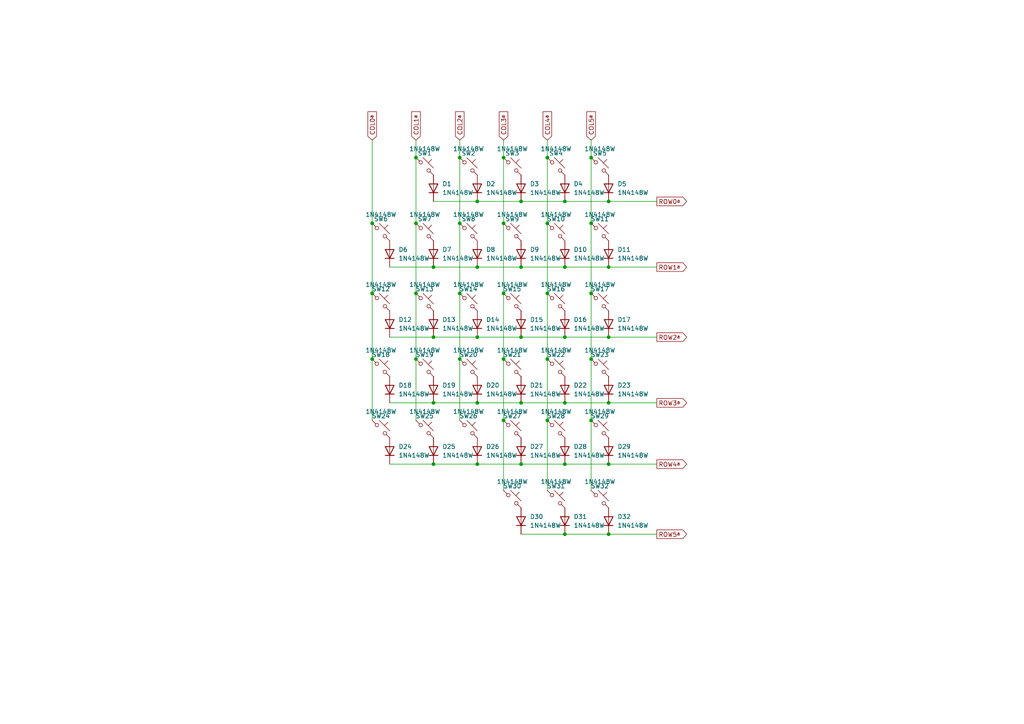
<source format=kicad_sch>
(kicad_sch (version 20250114) (generator "eeschema") (generator_version "9.0")
  (paper "A4")
  (title_block (title "Matrix for Master Side"))
  (lib_symbols
    (symbol "Device:D" (pin_numbers (hide yes)) (pin_names (offset 1.016) (hide yes))
      (property "Reference" "D" (at 0 2.54 0))
      (property "Value" "D" (at 0 -2.54 0))
      (symbol "D_0_1"
        (polyline (pts (xy -1.27 1.27) (xy -1.27 -1.27)) (stroke (width 0.254)))
        (polyline (pts (xy 1.27 1.27) (xy 1.27 -1.27) (xy -1.27 0) (xy 1.27 1.27)) (stroke (width 0.254)))
        (polyline (pts (xy 1.27 0) (xy -1.27 0)))
      )
      (symbol "D_1_1"
        (pin passive line (at -3.81 0 0) (length 2.54) (name "K") (number "1"))
        (pin passive line (at 3.81 0 180) (length 2.54) (name "A") (number "2"))
      )
    )
    (symbol "Switch:SW_Push_45deg" (pin_numbers (hide yes)) (pin_names (offset 1.016) (hide yes))
      (property "Reference" "SW" (at 3.048 1.016 0))
      (property "Value" "SW_Push_45deg" (at 0 -3.81 0))
      (symbol "SW_Push_45deg_0_1"
        (polyline (pts (xy -2.54 2.54) (xy -1.524 1.524) (xy -1.524 1.524)))
        (circle (center -1.1684 1.1684) (radius 0.508))
        (polyline (pts (xy -0.508 2.54) (xy 2.54 -0.508)))
        (polyline (pts (xy 1.016 1.016) (xy 2.032 2.032)))
        (circle (center 1.143 -1.1938) (radius 0.508))
        (polyline (pts (xy 1.524 -1.524) (xy 2.54 -2.54) (xy 2.54 -2.54) (xy 2.54 -2.54)))
        (pin passive line (at -2.54 2.54 0) (length 0) (name "1") (number "1"))
        (pin passive line (at 2.54 -2.54 180) (length 0) (name "2") (number "2"))
      )
    )
  )
  (junction (at 163.83 116.84))
  (junction (at 138.43 58.42))
  (junction (at 176.53 58.42))
  (junction (at 171.45 121.92))
  (junction (at 125.73 77.47))
  (junction (at 107.95 85.09))
  (junction (at 138.43 77.47))
  (junction (at 138.43 134.62))
  (junction (at 163.83 77.47))
  (junction (at 171.45 104.14))
  (junction (at 151.13 116.84))
  (junction (at 120.65 64.77))
  (junction (at 138.43 97.79))
  (junction (at 151.13 77.47))
  (junction (at 163.83 97.79))
  (junction (at 146.05 64.77))
  (junction (at 158.75 64.77))
  (junction (at 125.73 97.79))
  (junction (at 133.35 85.09))
  (junction (at 158.75 85.09))
  (junction (at 176.53 154.94))
  (junction (at 158.75 45.72))
  (junction (at 171.45 45.72))
  (junction (at 176.53 77.47))
  (junction (at 107.95 104.14))
  (junction (at 158.75 104.14))
  (junction (at 133.35 45.72))
  (junction (at 176.53 134.62))
  (junction (at 120.65 104.14))
  (junction (at 146.05 104.14))
  (junction (at 146.05 45.72))
  (junction (at 125.73 134.62))
  (junction (at 163.83 154.94))
  (junction (at 171.45 85.09))
  (junction (at 176.53 97.79))
  (junction (at 146.05 121.92))
  (junction (at 158.75 121.92))
  (junction (at 107.95 64.77))
  (junction (at 151.13 134.62))
  (junction (at 176.53 116.84))
  (junction (at 163.83 58.42))
  (junction (at 171.45 64.77))
  (junction (at 163.83 134.62))
  (junction (at 138.43 116.84))
  (junction (at 125.73 116.84))
  (junction (at 120.65 45.72))
  (junction (at 146.05 85.09))
  (junction (at 120.65 85.09))
  (junction (at 151.13 97.79))
  (junction (at 133.35 104.14))
  (junction (at 151.13 58.42))
  (junction (at 133.35 64.77))
  (wire (pts (xy 138.43 134.62) (xy 151.13 134.62)))
  (wire (pts (xy 133.35 104.14) (xy 133.35 121.92)))
  (wire (pts (xy 176.53 116.84) (xy 190.5 116.84)))
  (wire (pts (xy 120.65 85.09) (xy 120.65 104.14)))
  (wire (pts (xy 125.73 134.62) (xy 138.43 134.62)))
  (wire (pts (xy 151.13 154.94) (xy 163.83 154.94)))
  (wire (pts (xy 171.45 104.14) (xy 171.45 121.92)))
  (wire (pts (xy 163.83 58.42) (xy 176.53 58.42)))
  (wire (pts (xy 146.05 121.92) (xy 146.05 142.24)))
  (wire (pts (xy 151.13 116.84) (xy 163.83 116.84)))
  (wire (pts (xy 125.73 58.42) (xy 138.43 58.42)))
  (wire (pts (xy 158.75 121.92) (xy 158.75 142.24)))
  (wire (pts (xy 163.83 116.84) (xy 176.53 116.84)))
  (wire (pts (xy 107.95 64.77) (xy 107.95 85.09)))
  (wire (pts (xy 146.05 40.64) (xy 146.05 45.72)))
  (wire (pts (xy 146.05 85.09) (xy 146.05 104.14)))
  (wire (pts (xy 120.65 40.64) (xy 120.65 45.72)))
  (wire (pts (xy 125.73 77.47) (xy 138.43 77.47)))
  (wire (pts (xy 133.35 64.77) (xy 133.35 85.09)))
  (wire (pts (xy 138.43 97.79) (xy 151.13 97.79)))
  (wire (pts (xy 176.53 97.79) (xy 190.5 97.79)))
  (wire (pts (xy 176.53 134.62) (xy 190.5 134.62)))
  (wire (pts (xy 171.45 121.92) (xy 171.45 142.24)))
  (wire (pts (xy 158.75 40.64) (xy 158.75 45.72)))
  (wire (pts (xy 151.13 77.47) (xy 163.83 77.47)))
  (wire (pts (xy 107.95 85.09) (xy 107.95 104.14)))
  (wire (pts (xy 158.75 64.77) (xy 158.75 85.09)))
  (wire (pts (xy 171.45 64.77) (xy 171.45 85.09)))
  (wire (pts (xy 120.65 64.77) (xy 120.65 85.09)))
  (wire (pts (xy 113.03 116.84) (xy 125.73 116.84)))
  (wire (pts (xy 120.65 104.14) (xy 120.65 121.92)))
  (wire (pts (xy 133.35 45.72) (xy 133.35 64.77)))
  (wire (pts (xy 120.65 45.72) (xy 120.65 64.77)))
  (wire (pts (xy 163.83 77.47) (xy 176.53 77.47)))
  (wire (pts (xy 171.45 45.72) (xy 171.45 64.77)))
  (wire (pts (xy 133.35 40.64) (xy 133.35 45.72)))
  (wire (pts (xy 138.43 77.47) (xy 151.13 77.47)))
  (wire (pts (xy 146.05 104.14) (xy 146.05 121.92)))
  (wire (pts (xy 151.13 134.62) (xy 163.83 134.62)))
  (wire (pts (xy 113.03 97.79) (xy 125.73 97.79)))
  (wire (pts (xy 146.05 45.72) (xy 146.05 64.77)))
  (wire (pts (xy 133.35 85.09) (xy 133.35 104.14)))
  (wire (pts (xy 125.73 97.79) (xy 138.43 97.79)))
  (wire (pts (xy 113.03 77.47) (xy 125.73 77.47)))
  (wire (pts (xy 176.53 58.42) (xy 190.5 58.42)))
  (wire (pts (xy 163.83 134.62) (xy 176.53 134.62)))
  (wire (pts (xy 138.43 58.42) (xy 151.13 58.42)))
  (wire (pts (xy 176.53 154.94) (xy 190.5 154.94)))
  (wire (pts (xy 107.95 40.64) (xy 107.95 64.77)))
  (wire (pts (xy 113.03 134.62) (xy 125.73 134.62)))
  (wire (pts (xy 163.83 97.79) (xy 176.53 97.79)))
  (wire (pts (xy 158.75 45.72) (xy 158.75 64.77)))
  (wire (pts (xy 125.73 116.84) (xy 138.43 116.84)))
  (wire (pts (xy 171.45 85.09) (xy 171.45 104.14)))
  (wire (pts (xy 138.43 116.84) (xy 151.13 116.84)))
  (wire (pts (xy 151.13 58.42) (xy 163.83 58.42)))
  (wire (pts (xy 171.45 40.64) (xy 171.45 45.72)))
  (wire (pts (xy 151.13 97.79) (xy 163.83 97.79)))
  (wire (pts (xy 146.05 64.77) (xy 146.05 85.09)))
  (wire (pts (xy 158.75 85.09) (xy 158.75 104.14)))
  (wire (pts (xy 163.83 154.94) (xy 176.53 154.94)))
  (wire (pts (xy 176.53 77.47) (xy 190.5 77.47)))
  (wire (pts (xy 158.75 104.14) (xy 158.75 121.92)))
  (wire (pts (xy 107.95 104.14) (xy 107.95 121.92)))
  (global_label "ROW3^{a}" (shape output) (at 190.5 116.84 0) (property "Intersheetrefs" "${INTERSHEET_REFS}" (effects (hide yes))))
  (global_label "COL3^{a}" (shape input) (at 146.05 40.64 90) (property "Intersheetrefs" "${INTERSHEET_REFS}" (effects (hide yes))))
  (global_label "COL4^{a}" (shape input) (at 158.75 40.64 90) (property "Intersheetrefs" "${INTERSHEET_REFS}" (effects (hide yes))))
  (global_label "ROW5^{a}" (shape output) (at 190.5 154.94 0) (property "Intersheetrefs" "${INTERSHEET_REFS}" (effects (hide yes))))
  (global_label "ROW2^{a}" (shape output) (at 190.5 97.79 0) (property "Intersheetrefs" "${INTERSHEET_REFS}" (effects (hide yes))))
  (global_label "COL2^{a}" (shape input) (at 133.35 40.64 90) (property "Intersheetrefs" "${INTERSHEET_REFS}" (effects (hide yes))))
  (global_label "COL0^{a}" (shape input) (at 107.95 40.64 90) (property "Intersheetrefs" "${INTERSHEET_REFS}" (effects (hide yes))))
  (global_label "COL5^{a}" (shape input) (at 171.45 40.64 90) (property "Intersheetrefs" "${INTERSHEET_REFS}" (effects (hide yes))))
  (global_label "COL1^{a}" (shape input) (at 120.65 40.64 90) (property "Intersheetrefs" "${INTERSHEET_REFS}" (effects (hide yes))))
  (global_label "ROW4^{a}" (shape output) (at 190.5 134.62 0) (property "Intersheetrefs" "${INTERSHEET_REFS}" (effects (hide yes))))
  (global_label "ROW1^{a}" (shape output) (at 190.5 77.47 0) (property "Intersheetrefs" "${INTERSHEET_REFS}" (effects (hide yes))))
  (global_label "ROW0^{a}" (shape output) (at 190.5 58.42 0) (property "Intersheetrefs" "${INTERSHEET_REFS}" (effects (hide yes))))
  (symbol (lib_id "Device:D") (at 151.13 54.61 90) (unit 1)
    (property "Reference" "D3" (at 153.67 53.34 90) (effects (justify right)))
    (property "Value" "1N4148W" (at 153.67 55.88 90) (effects (justify right)))
    (property "Footprint" "Diode_SMD:D_SOD-123" (effects (hide yes)))
    (property "Sim.Device" "D" (effects (hide yes)))
    (property "Sim.Pins" "1=K 2=A" (effects (hide yes)))
    (property "LCSC" "C917030" (effects (hide yes)))
    (property "LCSC Part" "C917030" (effects (hide yes)))
  )
  (symbol (lib_id "Device:D") (at 163.83 151.13 90) (unit 1)
    (property "Reference" "D31" (at 166.37 149.86 90) (effects (justify right)))
    (property "Value" "1N4148W" (at 166.37 152.4 90) (effects (justify right)))
    (property "Footprint" "Diode_SMD:D_SOD-123" (effects (hide yes)))
    (property "Sim.Device" "D" (effects (hide yes)))
    (property "Sim.Pins" "1=K 2=A" (effects (hide yes)))
    (property "LCSC" "C917030" (effects (hide yes)))
    (property "LCSC Part" "C917030" (effects (hide yes)))
  )
  (symbol (lib_id "Switch:SW_Push_45deg") (at 161.29 124.46 0) (unit 1)
    (property "Reference" "SW28" (at 161.29 120.65 0))
    (property "Value" "1N4148W" (at 161.29 119.38 0))
    (property "Footprint" "PCM_Switch_Keyboard_Hotswap_Kailh:SW_Hotswap_Kailh_Choc_V1_Plated_1.00u" (effects (hide yes)))
    (property "LCSC" "C917030" (effects (hide yes)))
    (property "LCSC Part" "C917030" (effects (hide yes)))
  )
  (symbol (lib_id "Device:D") (at 176.53 130.81 90) (unit 1)
    (property "Reference" "D29" (at 179.07 129.54 90) (effects (justify right)))
    (property "Value" "1N4148W" (at 179.07 132.08 90) (effects (justify right)))
    (property "Footprint" "Diode_SMD:D_SOD-123" (effects (hide yes)))
    (property "Sim.Device" "D" (effects (hide yes)))
    (property "Sim.Pins" "1=K 2=A" (effects (hide yes)))
    (property "LCSC" "C917030" (effects (hide yes)))
    (property "LCSC Part" "C917030" (effects (hide yes)))
  )
  (symbol (lib_id "Device:D") (at 163.83 113.03 90) (unit 1)
    (property "Reference" "D22" (at 166.37 111.76 90) (effects (justify right)))
    (property "Value" "1N4148W" (at 166.37 114.3 90) (effects (justify right)))
    (property "Footprint" "Diode_SMD:D_SOD-123" (effects (hide yes)))
    (property "Sim.Device" "D" (effects (hide yes)))
    (property "Sim.Pins" "1=K 2=A" (effects (hide yes)))
    (property "LCSC" "C917030" (effects (hide yes)))
    (property "LCSC Part" "C917030" (effects (hide yes)))
  )
  (symbol (lib_id "Switch:SW_Push_45deg") (at 173.99 48.26 0) (unit 1)
    (property "Reference" "SW5" (at 173.99 44.45 0))
    (property "Value" "1N4148W" (at 173.99 43.18 0))
    (property "Footprint" "PCM_Switch_Keyboard_Hotswap_Kailh:SW_Hotswap_Kailh_Choc_V1_Plated_1.00u" (effects (hide yes)))
    (property "LCSC" "C917030" (effects (hide yes)))
    (property "LCSC Part" "C917030" (effects (hide yes)))
  )
  (symbol (lib_id "Device:D") (at 138.43 93.98 90) (unit 1)
    (property "Reference" "D14" (at 140.97 92.71 90) (effects (justify right)))
    (property "Value" "1N4148W" (at 140.97 95.25 90) (effects (justify right)))
    (property "Footprint" "Diode_SMD:D_SOD-123" (effects (hide yes)))
    (property "Sim.Device" "D" (effects (hide yes)))
    (property "Sim.Pins" "1=K 2=A" (effects (hide yes)))
    (property "LCSC" "C917030" (effects (hide yes)))
    (property "LCSC Part" "C917030" (effects (hide yes)))
  )
  (symbol (lib_id "Switch:SW_Push_45deg") (at 110.49 124.46 0) (unit 1)
    (property "Reference" "SW24" (at 110.49 120.65 0))
    (property "Value" "1N4148W" (at 110.49 119.38 0))
    (property "Footprint" "PCM_Switch_Keyboard_Hotswap_Kailh:SW_Hotswap_Kailh_Choc_V1_Plated_1.00u" (effects (hide yes)))
    (property "LCSC" "C917030" (effects (hide yes)))
    (property "LCSC Part" "C917030" (effects (hide yes)))
  )
  (symbol (lib_id "Switch:SW_Push_45deg") (at 123.19 87.63 0) (unit 1)
    (property "Reference" "SW13" (at 123.19 83.82 0))
    (property "Value" "1N4148W" (at 123.19 82.55 0))
    (property "Footprint" "PCM_Switch_Keyboard_Hotswap_Kailh:SW_Hotswap_Kailh_Choc_V1_Plated_1.00u" (effects (hide yes)))
    (property "LCSC" "C917030" (effects (hide yes)))
    (property "LCSC Part" "C917030" (effects (hide yes)))
  )
  (symbol (lib_id "Device:D") (at 138.43 113.03 90) (unit 1)
    (property "Reference" "D20" (at 140.97 111.76 90) (effects (justify right)))
    (property "Value" "1N4148W" (at 140.97 114.3 90) (effects (justify right)))
    (property "Footprint" "Diode_SMD:D_SOD-123" (effects (hide yes)))
    (property "Sim.Device" "D" (effects (hide yes)))
    (property "Sim.Pins" "1=K 2=A" (effects (hide yes)))
    (property "LCSC" "C917030" (effects (hide yes)))
    (property "LCSC Part" "C917030" (effects (hide yes)))
  )
  (symbol (lib_id "Device:D") (at 138.43 130.81 90) (unit 1)
    (property "Reference" "D26" (at 140.97 129.54 90) (effects (justify right)))
    (property "Value" "1N4148W" (at 140.97 132.08 90) (effects (justify right)))
    (property "Footprint" "Diode_SMD:D_SOD-123" (effects (hide yes)))
    (property "Sim.Device" "D" (effects (hide yes)))
    (property "Sim.Pins" "1=K 2=A" (effects (hide yes)))
    (property "LCSC" "C917030" (effects (hide yes)))
    (property "LCSC Part" "C917030" (effects (hide yes)))
  )
  (symbol (lib_id "Device:D") (at 176.53 93.98 90) (unit 1)
    (property "Reference" "D17" (at 179.07 92.71 90) (effects (justify right)))
    (property "Value" "1N4148W" (at 179.07 95.25 90) (effects (justify right)))
    (property "Footprint" "Diode_SMD:D_SOD-123" (effects (hide yes)))
    (property "Sim.Device" "D" (effects (hide yes)))
    (property "Sim.Pins" "1=K 2=A" (effects (hide yes)))
    (property "LCSC" "C917030" (effects (hide yes)))
    (property "LCSC Part" "C917030" (effects (hide yes)))
  )
  (symbol (lib_id "Switch:SW_Push_45deg") (at 123.19 48.26 0) (unit 1)
    (property "Reference" "SW1" (at 123.19 44.45 0))
    (property "Value" "1N4148W" (at 123.19 43.18 0))
    (property "Footprint" "PCM_Switch_Keyboard_Hotswap_Kailh:SW_Hotswap_Kailh_Choc_V1_Plated_1.00u" (effects (hide yes)))
    (property "LCSC" "C917030" (effects (hide yes)))
    (property "LCSC Part" "C917030" (effects (hide yes)))
  )
  (symbol (lib_id "Switch:SW_Push_45deg") (at 148.59 124.46 0) (unit 1)
    (property "Reference" "SW27" (at 148.59 120.65 0))
    (property "Value" "1N4148W" (at 148.59 119.38 0))
    (property "Footprint" "PCM_Switch_Keyboard_Hotswap_Kailh:SW_Hotswap_Kailh_Choc_V1_Plated_1.00u" (effects (hide yes)))
    (property "LCSC" "C917030" (effects (hide yes)))
    (property "LCSC Part" "C917030" (effects (hide yes)))
  )
  (symbol (lib_id "Switch:SW_Push_45deg") (at 135.89 106.68 0) (unit 1)
    (property "Reference" "SW20" (at 135.89 102.87 0))
    (property "Value" "1N4148W" (at 135.89 101.6 0))
    (property "Footprint" "PCM_Switch_Keyboard_Hotswap_Kailh:SW_Hotswap_Kailh_Choc_V1_Plated_1.00u" (effects (hide yes)))
    (property "LCSC" "C917030" (effects (hide yes)))
    (property "LCSC Part" "C917030" (effects (hide yes)))
  )
  (symbol (lib_id "Device:D") (at 176.53 113.03 90) (unit 1)
    (property "Reference" "D23" (at 179.07 111.76 90) (effects (justify right)))
    (property "Value" "1N4148W" (at 179.07 114.3 90) (effects (justify right)))
    (property "Footprint" "Diode_SMD:D_SOD-123" (effects (hide yes)))
    (property "Sim.Device" "D" (effects (hide yes)))
    (property "Sim.Pins" "1=K 2=A" (effects (hide yes)))
    (property "LCSC" "C917030" (effects (hide yes)))
    (property "LCSC Part" "C917030" (effects (hide yes)))
  )
  (symbol (lib_id "Device:D") (at 163.83 54.61 90) (unit 1)
    (property "Reference" "D4" (at 166.37 53.34 90) (effects (justify right)))
    (property "Value" "1N4148W" (at 166.37 55.88 90) (effects (justify right)))
    (property "Footprint" "Diode_SMD:D_SOD-123" (effects (hide yes)))
    (property "Sim.Device" "D" (effects (hide yes)))
    (property "Sim.Pins" "1=K 2=A" (effects (hide yes)))
    (property "LCSC" "C917030" (effects (hide yes)))
    (property "LCSC Part" "C917030" (effects (hide yes)))
  )
  (symbol (lib_id "Switch:SW_Push_45deg") (at 173.99 87.63 0) (unit 1)
    (property "Reference" "SW17" (at 173.99 83.82 0))
    (property "Value" "1N4148W" (at 173.99 82.55 0))
    (property "Footprint" "PCM_Switch_Keyboard_Hotswap_Kailh:SW_Hotswap_Kailh_Choc_V1_Plated_1.00u" (effects (hide yes)))
    (property "LCSC" "C917030" (effects (hide yes)))
    (property "LCSC Part" "C917030" (effects (hide yes)))
  )
  (symbol (lib_id "Switch:SW_Push_45deg") (at 123.19 106.68 0) (unit 1)
    (property "Reference" "SW19" (at 123.19 102.87 0))
    (property "Value" "1N4148W" (at 123.19 101.6 0))
    (property "Footprint" "PCM_Switch_Keyboard_Hotswap_Kailh:SW_Hotswap_Kailh_Choc_V1_Plated_1.00u" (effects (hide yes)))
    (property "LCSC" "C917030" (effects (hide yes)))
    (property "LCSC Part" "C917030" (effects (hide yes)))
  )
  (symbol (lib_id "Switch:SW_Push_45deg") (at 161.29 144.78 0) (unit 1)
    (property "Reference" "SW31" (at 161.29 140.97 0))
    (property "Value" "1N4148W" (at 161.29 139.7 0))
    (property "Footprint" "PCM_Switch_Keyboard_Hotswap_Kailh:SW_Hotswap_Kailh_Choc_V1_Plated_1.00u" (effects (hide yes)))
    (property "LCSC" "C917030" (effects (hide yes)))
    (property "LCSC Part" "C917030" (effects (hide yes)))
  )
  (symbol (lib_id "Device:D") (at 125.73 54.61 90) (unit 1)
    (property "Reference" "D1" (at 128.27 53.34 90) (effects (justify right)))
    (property "Value" "1N4148W" (at 128.27 55.88 90) (effects (justify right)))
    (property "Footprint" "Diode_SMD:D_SOD-123" (effects (hide yes)))
    (property "Sim.Device" "D" (effects (hide yes)))
    (property "Sim.Pins" "1=K 2=A" (effects (hide yes)))
    (property "LCSC" "C917030" (effects (hide yes)))
    (property "LCSC Part" "C917030" (effects (hide yes)))
  )
  (symbol (lib_id "Device:D") (at 113.03 113.03 90) (unit 1)
    (property "Reference" "D18" (at 115.57 111.76 90) (effects (justify right)))
    (property "Value" "1N4148W" (at 115.57 114.3 90) (effects (justify right)))
    (property "Footprint" "Diode_SMD:D_SOD-123" (effects (hide yes)))
    (property "Sim.Device" "D" (effects (hide yes)))
    (property "Sim.Pins" "1=K 2=A" (effects (hide yes)))
    (property "LCSC" "C917030" (effects (hide yes)))
    (property "LCSC Part" "C917030" (effects (hide yes)))
  )
  (symbol (lib_id "Switch:SW_Push_45deg") (at 110.49 67.31 0) (unit 1)
    (property "Reference" "SW6" (at 110.49 63.5 0))
    (property "Value" "1N4148W" (at 110.49 62.23 0))
    (property "Footprint" "PCM_Switch_Keyboard_Hotswap_Kailh:SW_Hotswap_Kailh_Choc_V1_Plated_1.00u" (effects (hide yes)))
    (property "LCSC" "C917030" (effects (hide yes)))
    (property "LCSC Part" "C917030" (effects (hide yes)))
  )
  (symbol (lib_id "Switch:SW_Push_45deg") (at 123.19 124.46 0) (unit 1)
    (property "Reference" "SW25" (at 123.19 120.65 0))
    (property "Value" "1N4148W" (at 123.19 119.38 0))
    (property "Footprint" "PCM_Switch_Keyboard_Hotswap_Kailh:SW_Hotswap_Kailh_Choc_V1_Plated_1.00u" (effects (hide yes)))
    (property "LCSC" "C917030" (effects (hide yes)))
    (property "LCSC Part" "C917030" (effects (hide yes)))
  )
  (symbol (lib_id "Switch:SW_Push_45deg") (at 173.99 124.46 0) (unit 1)
    (property "Reference" "SW29" (at 173.99 120.65 0))
    (property "Value" "1N4148W" (at 173.99 119.38 0))
    (property "Footprint" "PCM_Switch_Keyboard_Hotswap_Kailh:SW_Hotswap_Kailh_Choc_V1_Plated_1.00u" (effects (hide yes)))
    (property "LCSC" "C917030" (effects (hide yes)))
    (property "LCSC Part" "C917030" (effects (hide yes)))
  )
  (symbol (lib_id "Switch:SW_Push_45deg") (at 135.89 87.63 0) (unit 1)
    (property "Reference" "SW14" (at 135.89 83.82 0))
    (property "Value" "1N4148W" (at 135.89 82.55 0))
    (property "Footprint" "PCM_Switch_Keyboard_Hotswap_Kailh:SW_Hotswap_Kailh_Choc_V1_Plated_1.00u" (effects (hide yes)))
    (property "LCSC" "C917030" (effects (hide yes)))
    (property "LCSC Part" "C917030" (effects (hide yes)))
  )
  (symbol (lib_id "Switch:SW_Push_45deg") (at 148.59 48.26 0) (unit 1)
    (property "Reference" "SW3" (at 148.59 44.45 0))
    (property "Value" "1N4148W" (at 148.59 43.18 0))
    (property "Footprint" "PCM_Switch_Keyboard_Hotswap_Kailh:SW_Hotswap_Kailh_Choc_V1_Plated_1.00u" (effects (hide yes)))
    (property "LCSC" "C917030" (effects (hide yes)))
    (property "LCSC Part" "C917030" (effects (hide yes)))
  )
  (symbol (lib_id "Device:D") (at 113.03 130.81 90) (unit 1)
    (property "Reference" "D24" (at 115.57 129.54 90) (effects (justify right)))
    (property "Value" "1N4148W" (at 115.57 132.08 90) (effects (justify right)))
    (property "Footprint" "Diode_SMD:D_SOD-123" (effects (hide yes)))
    (property "Sim.Device" "D" (effects (hide yes)))
    (property "Sim.Pins" "1=K 2=A" (effects (hide yes)))
    (property "LCSC" "C917030" (effects (hide yes)))
    (property "LCSC Part" "C917030" (effects (hide yes)))
  )
  (symbol (lib_id "Device:D") (at 176.53 73.66 90) (unit 1)
    (property "Reference" "D11" (at 179.07 72.39 90) (effects (justify right)))
    (property "Value" "1N4148W" (at 179.07 74.93 90) (effects (justify right)))
    (property "Footprint" "Diode_SMD:D_SOD-123" (effects (hide yes)))
    (property "Sim.Device" "D" (effects (hide yes)))
    (property "Sim.Pins" "1=K 2=A" (effects (hide yes)))
    (property "LCSC" "C917030" (effects (hide yes)))
    (property "LCSC Part" "C917030" (effects (hide yes)))
  )
  (symbol (lib_id "Switch:SW_Push_45deg") (at 161.29 106.68 0) (unit 1)
    (property "Reference" "SW22" (at 161.29 102.87 0))
    (property "Value" "1N4148W" (at 161.29 101.6 0))
    (property "Footprint" "PCM_Switch_Keyboard_Hotswap_Kailh:SW_Hotswap_Kailh_Choc_V1_Plated_1.00u" (effects (hide yes)))
    (property "LCSC" "C917030" (effects (hide yes)))
    (property "LCSC Part" "C917030" (effects (hide yes)))
  )
  (symbol (lib_id "Device:D") (at 138.43 73.66 90) (unit 1)
    (property "Reference" "D8" (at 140.97 72.39 90) (effects (justify right)))
    (property "Value" "1N4148W" (at 140.97 74.93 90) (effects (justify right)))
    (property "Footprint" "Diode_SMD:D_SOD-123" (effects (hide yes)))
    (property "Sim.Device" "D" (effects (hide yes)))
    (property "Sim.Pins" "1=K 2=A" (effects (hide yes)))
    (property "LCSC" "C917030" (effects (hide yes)))
    (property "LCSC Part" "C917030" (effects (hide yes)))
  )
  (symbol (lib_id "Switch:SW_Push_45deg") (at 173.99 144.78 0) (unit 1)
    (property "Reference" "SW32" (at 173.99 140.97 0))
    (property "Value" "1N4148W" (at 173.99 139.7 0))
    (property "Footprint" "PCM_Switch_Keyboard_Hotswap_Kailh:SW_Hotswap_Kailh_Choc_V1_Plated_1.50u" (effects (hide yes)))
    (property "LCSC" "C917030" (effects (hide yes)))
    (property "LCSC Part" "C917030" (effects (hide yes)))
  )
  (symbol (lib_id "Switch:SW_Push_45deg") (at 110.49 87.63 0) (unit 1)
    (property "Reference" "SW12" (at 110.49 83.82 0))
    (property "Value" "1N4148W" (at 110.49 82.55 0))
    (property "Footprint" "PCM_Switch_Keyboard_Hotswap_Kailh:SW_Hotswap_Kailh_Choc_V1_Plated_1.00u" (effects (hide yes)))
    (property "LCSC" "C917030" (effects (hide yes)))
    (property "LCSC Part" "C917030" (effects (hide yes)))
  )
  (symbol (lib_id "Device:D") (at 151.13 130.81 90) (unit 1)
    (property "Reference" "D27" (at 153.67 129.54 90) (effects (justify right)))
    (property "Value" "1N4148W" (at 153.67 132.08 90) (effects (justify right)))
    (property "Footprint" "Diode_SMD:D_SOD-123" (effects (hide yes)))
    (property "Sim.Device" "D" (effects (hide yes)))
    (property "Sim.Pins" "1=K 2=A" (effects (hide yes)))
    (property "LCSC" "C917030" (effects (hide yes)))
    (property "LCSC Part" "C917030" (effects (hide yes)))
  )
  (symbol (lib_id "Device:D") (at 151.13 113.03 90) (unit 1)
    (property "Reference" "D21" (at 153.67 111.76 90) (effects (justify right)))
    (property "Value" "1N4148W" (at 153.67 114.3 90) (effects (justify right)))
    (property "Footprint" "Diode_SMD:D_SOD-123" (effects (hide yes)))
    (property "Sim.Device" "D" (effects (hide yes)))
    (property "Sim.Pins" "1=K 2=A" (effects (hide yes)))
    (property "LCSC" "C917030" (effects (hide yes)))
    (property "LCSC Part" "C917030" (effects (hide yes)))
  )
  (symbol (lib_id "Switch:SW_Push_45deg") (at 148.59 87.63 0) (unit 1)
    (property "Reference" "SW15" (at 148.59 83.82 0))
    (property "Value" "1N4148W" (at 148.59 82.55 0))
    (property "Footprint" "PCM_Switch_Keyboard_Hotswap_Kailh:SW_Hotswap_Kailh_Choc_V1_Plated_1.00u" (effects (hide yes)))
    (property "LCSC" "C917030" (effects (hide yes)))
    (property "LCSC Part" "C917030" (effects (hide yes)))
  )
  (symbol (lib_id "Device:D") (at 176.53 54.61 90) (unit 1)
    (property "Reference" "D5" (at 179.07 53.34 90) (effects (justify right)))
    (property "Value" "1N4148W" (at 179.07 55.88 90) (effects (justify right)))
    (property "Footprint" "Diode_SMD:D_SOD-123" (effects (hide yes)))
    (property "Sim.Device" "D" (effects (hide yes)))
    (property "Sim.Pins" "1=K 2=A" (effects (hide yes)))
    (property "LCSC" "C917030" (effects (hide yes)))
    (property "LCSC Part" "C917030" (effects (hide yes)))
  )
  (symbol (lib_id "Switch:SW_Push_45deg") (at 135.89 124.46 0) (unit 1)
    (property "Reference" "SW26" (at 135.89 120.65 0))
    (property "Value" "1N4148W" (at 135.89 119.38 0))
    (property "Footprint" "PCM_Switch_Keyboard_Hotswap_Kailh:SW_Hotswap_Kailh_Choc_V1_Plated_1.00u" (effects (hide yes)))
    (property "LCSC" "C917030" (effects (hide yes)))
    (property "LCSC Part" "C917030" (effects (hide yes)))
  )
  (symbol (lib_id "Switch:SW_Push_45deg") (at 161.29 48.26 0) (unit 1)
    (property "Reference" "SW4" (at 161.29 44.45 0))
    (property "Value" "1N4148W" (at 161.29 43.18 0))
    (property "Footprint" "PCM_Switch_Keyboard_Hotswap_Kailh:SW_Hotswap_Kailh_Choc_V1_Plated_1.00u" (effects (hide yes)))
    (property "LCSC" "C917030" (effects (hide yes)))
    (property "LCSC Part" "C917030" (effects (hide yes)))
  )
  (symbol (lib_id "Switch:SW_Push_45deg") (at 161.29 67.31 0) (unit 1)
    (property "Reference" "SW10" (at 161.29 63.5 0))
    (property "Value" "1N4148W" (at 161.29 62.23 0))
    (property "Footprint" "PCM_Switch_Keyboard_Hotswap_Kailh:SW_Hotswap_Kailh_Choc_V1_Plated_1.00u" (effects (hide yes)))
    (property "LCSC" "C917030" (effects (hide yes)))
    (property "LCSC Part" "C917030" (effects (hide yes)))
  )
  (symbol (lib_id "Device:D") (at 113.03 93.98 90) (unit 1)
    (property "Reference" "D12" (at 115.57 92.71 90) (effects (justify right)))
    (property "Value" "1N4148W" (at 115.57 95.25 90) (effects (justify right)))
    (property "Footprint" "Diode_SMD:D_SOD-123" (effects (hide yes)))
    (property "Sim.Device" "D" (effects (hide yes)))
    (property "Sim.Pins" "1=K 2=A" (effects (hide yes)))
    (property "LCSC" "C917030" (effects (hide yes)))
    (property "LCSC Part" "C917030" (effects (hide yes)))
  )
  (symbol (lib_id "Device:D") (at 151.13 73.66 90) (unit 1)
    (property "Reference" "D9" (at 153.67 72.39 90) (effects (justify right)))
    (property "Value" "1N4148W" (at 153.67 74.93 90) (effects (justify right)))
    (property "Footprint" "Diode_SMD:D_SOD-123" (effects (hide yes)))
    (property "Sim.Device" "D" (effects (hide yes)))
    (property "Sim.Pins" "1=K 2=A" (effects (hide yes)))
    (property "LCSC" "C917030" (effects (hide yes)))
    (property "LCSC Part" "C917030" (effects (hide yes)))
  )
  (symbol (lib_id "Device:D") (at 125.73 73.66 90) (unit 1)
    (property "Reference" "D7" (at 128.27 72.39 90) (effects (justify right)))
    (property "Value" "1N4148W" (at 128.27 74.93 90) (effects (justify right)))
    (property "Footprint" "Diode_SMD:D_SOD-123" (effects (hide yes)))
    (property "Sim.Device" "D" (effects (hide yes)))
    (property "Sim.Pins" "1=K 2=A" (effects (hide yes)))
    (property "LCSC" "C917030" (effects (hide yes)))
    (property "LCSC Part" "C917030" (effects (hide yes)))
  )
  (symbol (lib_id "Device:D") (at 125.73 93.98 90) (unit 1)
    (property "Reference" "D13" (at 128.27 92.71 90) (effects (justify right)))
    (property "Value" "1N4148W" (at 128.27 95.25 90) (effects (justify right)))
    (property "Footprint" "Diode_SMD:D_SOD-123" (effects (hide yes)))
    (property "Sim.Device" "D" (effects (hide yes)))
    (property "Sim.Pins" "1=K 2=A" (effects (hide yes)))
    (property "LCSC" "C917030" (effects (hide yes)))
    (property "LCSC Part" "C917030" (effects (hide yes)))
  )
  (symbol (lib_id "Switch:SW_Push_45deg") (at 110.49 106.68 0) (unit 1)
    (property "Reference" "SW18" (at 110.49 102.87 0))
    (property "Value" "1N4148W" (at 110.49 101.6 0))
    (property "Footprint" "PCM_Switch_Keyboard_Hotswap_Kailh:SW_Hotswap_Kailh_Choc_V1_Plated_1.00u" (effects (hide yes)))
    (property "LCSC" "C917030" (effects (hide yes)))
    (property "LCSC Part" "C917030" (effects (hide yes)))
  )
  (symbol (lib_id "Device:D") (at 125.73 113.03 90) (unit 1)
    (property "Reference" "D19" (at 128.27 111.76 90) (effects (justify right)))
    (property "Value" "1N4148W" (at 128.27 114.3 90) (effects (justify right)))
    (property "Footprint" "Diode_SMD:D_SOD-123" (effects (hide yes)))
    (property "Sim.Device" "D" (effects (hide yes)))
    (property "Sim.Pins" "1=K 2=A" (effects (hide yes)))
    (property "LCSC" "C917030" (effects (hide yes)))
    (property "LCSC Part" "C917030" (effects (hide yes)))
  )
  (symbol (lib_id "Switch:SW_Push_45deg") (at 135.89 48.26 0) (unit 1)
    (property "Reference" "SW2" (at 135.89 44.45 0))
    (property "Value" "1N4148W" (at 135.89 43.18 0))
    (property "Footprint" "PCM_Switch_Keyboard_Hotswap_Kailh:SW_Hotswap_Kailh_Choc_V1_Plated_1.00u" (effects (hide yes)))
    (property "LCSC" "C917030" (effects (hide yes)))
    (property "LCSC Part" "C917030" (effects (hide yes)))
  )
  (symbol (lib_id "Device:D") (at 176.53 151.13 90) (unit 1)
    (property "Reference" "D32" (at 179.07 149.86 90) (effects (justify right)))
    (property "Value" "1N4148W" (at 179.07 152.4 90) (effects (justify right)))
    (property "Footprint" "Diode_SMD:D_SOD-123" (effects (hide yes)))
    (property "Sim.Device" "D" (effects (hide yes)))
    (property "Sim.Pins" "1=K 2=A" (effects (hide yes)))
    (property "LCSC" "C917030" (effects (hide yes)))
    (property "LCSC Part" "C917030" (effects (hide yes)))
  )
  (symbol (lib_id "Device:D") (at 125.73 130.81 90) (unit 1)
    (property "Reference" "D25" (at 128.27 129.54 90) (effects (justify right)))
    (property "Value" "1N4148W" (at 128.27 132.08 90) (effects (justify right)))
    (property "Footprint" "Diode_SMD:D_SOD-123" (effects (hide yes)))
    (property "Sim.Device" "D" (effects (hide yes)))
    (property "Sim.Pins" "1=K 2=A" (effects (hide yes)))
    (property "LCSC" "C917030" (effects (hide yes)))
    (property "LCSC Part" "C917030" (effects (hide yes)))
  )
  (symbol (lib_id "Device:D") (at 163.83 73.66 90) (unit 1)
    (property "Reference" "D10" (at 166.37 72.39 90) (effects (justify right)))
    (property "Value" "1N4148W" (at 166.37 74.93 90) (effects (justify right)))
    (property "Footprint" "Diode_SMD:D_SOD-123" (effects (hide yes)))
    (property "Sim.Device" "D" (effects (hide yes)))
    (property "Sim.Pins" "1=K 2=A" (effects (hide yes)))
    (property "LCSC" "C917030" (effects (hide yes)))
    (property "LCSC Part" "C917030" (effects (hide yes)))
  )
  (symbol (lib_id "Device:D") (at 138.43 54.61 90) (unit 1)
    (property "Reference" "D2" (at 140.97 53.34 90) (effects (justify right)))
    (property "Value" "1N4148W" (at 140.97 55.88 90) (effects (justify right)))
    (property "Footprint" "Diode_SMD:D_SOD-123" (effects (hide yes)))
    (property "Sim.Device" "D" (effects (hide yes)))
    (property "Sim.Pins" "1=K 2=A" (effects (hide yes)))
    (property "LCSC" "C917030" (effects (hide yes)))
    (property "LCSC Part" "C917030" (effects (hide yes)))
  )
  (symbol (lib_id "Switch:SW_Push_45deg") (at 161.29 87.63 0) (unit 1)
    (property "Reference" "SW16" (at 161.29 83.82 0))
    (property "Value" "1N4148W" (at 161.29 82.55 0))
    (property "Footprint" "PCM_Switch_Keyboard_Hotswap_Kailh:SW_Hotswap_Kailh_Choc_V1_Plated_1.00u" (effects (hide yes)))
    (property "LCSC" "C917030" (effects (hide yes)))
    (property "LCSC Part" "C917030" (effects (hide yes)))
  )
  (symbol (lib_id "Switch:SW_Push_45deg") (at 173.99 67.31 0) (unit 1)
    (property "Reference" "SW11" (at 173.99 63.5 0))
    (property "Value" "1N4148W" (at 173.99 62.23 0))
    (property "Footprint" "PCM_Switch_Keyboard_Hotswap_Kailh:SW_Hotswap_Kailh_Choc_V1_Plated_1.00u" (effects (hide yes)))
    (property "LCSC" "C917030" (effects (hide yes)))
    (property "LCSC Part" "C917030" (effects (hide yes)))
  )
  (symbol (lib_id "Switch:SW_Push_45deg") (at 148.59 144.78 0) (unit 1)
    (property "Reference" "SW30" (at 148.59 140.97 0))
    (property "Value" "1N4148W" (at 148.59 139.7 0))
    (property "Footprint" "PCM_Switch_Keyboard_Hotswap_Kailh:SW_Hotswap_Kailh_Choc_V1_Plated_1.00u" (effects (hide yes)))
    (property "LCSC" "C917030" (effects (hide yes)))
    (property "LCSC Part" "C917030" (effects (hide yes)))
  )
  (symbol (lib_id "Switch:SW_Push_45deg") (at 148.59 106.68 0) (unit 1)
    (property "Reference" "SW21" (at 148.59 102.87 0))
    (property "Value" "1N4148W" (at 148.59 101.6 0))
    (property "Footprint" "PCM_Switch_Keyboard_Hotswap_Kailh:SW_Hotswap_Kailh_Choc_V1_Plated_1.00u" (effects (hide yes)))
    (property "LCSC" "C917030" (effects (hide yes)))
    (property "LCSC Part" "C917030" (effects (hide yes)))
  )
  (symbol (lib_id "Switch:SW_Push_45deg") (at 123.19 67.31 0) (unit 1)
    (property "Reference" "SW7" (at 123.19 63.5 0))
    (property "Value" "1N4148W" (at 123.19 62.23 0))
    (property "Footprint" "PCM_Switch_Keyboard_Hotswap_Kailh:SW_Hotswap_Kailh_Choc_V1_Plated_1.00u" (effects (hide yes)))
    (property "LCSC" "C917030" (effects (hide yes)))
    (property "LCSC Part" "C917030" (effects (hide yes)))
  )
  (symbol (lib_id "Device:D") (at 163.83 93.98 90) (unit 1)
    (property "Reference" "D16" (at 166.37 92.71 90) (effects (justify right)))
    (property "Value" "1N4148W" (at 166.37 95.25 90) (effects (justify right)))
    (property "Footprint" "Diode_SMD:D_SOD-123" (effects (hide yes)))
    (property "Sim.Device" "D" (effects (hide yes)))
    (property "Sim.Pins" "1=K 2=A" (effects (hide yes)))
    (property "LCSC" "C917030" (effects (hide yes)))
    (property "LCSC Part" "C917030" (effects (hide yes)))
  )
  (symbol (lib_id "Device:D") (at 151.13 151.13 90) (unit 1)
    (property "Reference" "D30" (at 153.67 149.86 90) (effects (justify right)))
    (property "Value" "1N4148W" (at 153.67 152.4 90) (effects (justify right)))
    (property "Footprint" "Diode_SMD:D_SOD-123" (effects (hide yes)))
    (property "Sim.Device" "D" (effects (hide yes)))
    (property "Sim.Pins" "1=K 2=A" (effects (hide yes)))
    (property "LCSC" "C917030" (effects (hide yes)))
    (property "LCSC Part" "C917030" (effects (hide yes)))
  )
  (symbol (lib_id "Device:D") (at 163.83 130.81 90) (unit 1)
    (property "Reference" "D28" (at 166.37 129.54 90) (effects (justify right)))
    (property "Value" "1N4148W" (at 166.37 132.08 90) (effects (justify right)))
    (property "Footprint" "Diode_SMD:D_SOD-123" (effects (hide yes)))
    (property "Sim.Device" "D" (effects (hide yes)))
    (property "Sim.Pins" "1=K 2=A" (effects (hide yes)))
    (property "LCSC" "C917030" (effects (hide yes)))
    (property "LCSC Part" "C917030" (effects (hide yes)))
  )
  (symbol (lib_id "Switch:SW_Push_45deg") (at 173.99 106.68 0) (unit 1)
    (property "Reference" "SW23" (at 173.99 102.87 0))
    (property "Value" "1N4148W" (at 173.99 101.6 0))
    (property "Footprint" "PCM_Switch_Keyboard_Hotswap_Kailh:SW_Hotswap_Kailh_Choc_V1_Plated_1.00u" (effects (hide yes)))
    (property "LCSC" "C917030" (effects (hide yes)))
    (property "LCSC Part" "C917030" (effects (hide yes)))
  )
  (symbol (lib_id "Device:D") (at 151.13 93.98 90) (unit 1)
    (property "Reference" "D15" (at 153.67 92.71 90) (effects (justify right)))
    (property "Value" "1N4148W" (at 153.67 95.25 90) (effects (justify right)))
    (property "Footprint" "Diode_SMD:D_SOD-123" (effects (hide yes)))
    (property "Sim.Device" "D" (effects (hide yes)))
    (property "Sim.Pins" "1=K 2=A" (effects (hide yes)))
    (property "LCSC" "C917030" (effects (hide yes)))
    (property "LCSC Part" "C917030" (effects (hide yes)))
  )
  (symbol (lib_id "Switch:SW_Push_45deg") (at 148.59 67.31 0) (unit 1)
    (property "Reference" "SW9" (at 148.59 63.5 0))
    (property "Value" "1N4148W" (at 148.59 62.23 0))
    (property "Footprint" "PCM_Switch_Keyboard_Hotswap_Kailh:SW_Hotswap_Kailh_Choc_V1_Plated_1.00u" (effects (hide yes)))
    (property "LCSC" "C917030" (effects (hide yes)))
    (property "LCSC Part" "C917030" (effects (hide yes)))
  )
  (symbol (lib_id "Device:D") (at 113.03 73.66 90) (unit 1)
    (property "Reference" "D6" (at 115.57 72.39 90) (effects (justify right)))
    (property "Value" "1N4148W" (at 115.57 74.93 90) (effects (justify right)))
    (property "Footprint" "Diode_SMD:D_SOD-123" (effects (hide yes)))
    (property "Sim.Device" "D" (effects (hide yes)))
    (property "Sim.Pins" "1=K 2=A" (effects (hide yes)))
    (property "LCSC" "C917030" (effects (hide yes)))
    (property "LCSC Part" "C917030" (effects (hide yes)))
  )
  (symbol (lib_id "Switch:SW_Push_45deg") (at 135.89 67.31 0) (unit 1)
    (property "Reference" "SW8" (at 135.89 63.5 0))
    (property "Value" "1N4148W" (at 135.89 62.23 0))
    (property "Footprint" "PCM_Switch_Keyboard_Hotswap_Kailh:SW_Hotswap_Kailh_Choc_V1_Plated_1.00u" (effects (hide yes)))
    (property "LCSC" "C917030" (effects (hide yes)))
    (property "LCSC Part" "C917030" (effects (hide yes)))
  )
)
</source>
